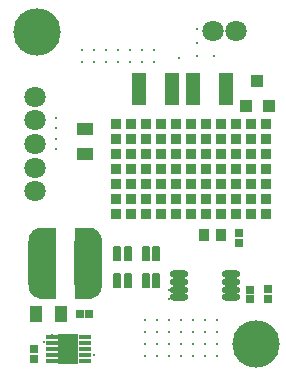
<source format=gts>
G04 Layer_Color=8388736*
%FSAX25Y25*%
%MOIN*%
G70*
G01*
G75*
G04:AMPARAMS|DCode=18|XSize=25mil|YSize=50mil|CornerRadius=3.13mil|HoleSize=0mil|Usage=FLASHONLY|Rotation=180.000|XOffset=0mil|YOffset=0mil|HoleType=Round|Shape=RoundedRectangle|*
%AMROUNDEDRECTD18*
21,1,0.02500,0.04375,0,0,180.0*
21,1,0.01875,0.05000,0,0,180.0*
1,1,0.00625,-0.00937,0.02187*
1,1,0.00625,0.00937,0.02187*
1,1,0.00625,0.00937,-0.02187*
1,1,0.00625,-0.00937,-0.02187*
%
%ADD18ROUNDEDRECTD18*%
G04:AMPARAMS|DCode=36|XSize=90.68mil|YSize=236.35mil|CornerRadius=45.34mil|HoleSize=0mil|Usage=FLASHONLY|Rotation=0.000|XOffset=0mil|YOffset=0mil|HoleType=Round|Shape=RoundedRectangle|*
%AMROUNDEDRECTD36*
21,1,0.09068,0.14567,0,0,0.0*
21,1,0.00000,0.23635,0,0,0.0*
1,1,0.09068,0.00000,-0.07283*
1,1,0.09068,0.00000,-0.07283*
1,1,0.09068,0.00000,0.07283*
1,1,0.09068,0.00000,0.07283*
%
%ADD36ROUNDEDRECTD36*%
%ADD37R,0.02768X0.02847*%
%ADD38R,0.04343X0.05524*%
%ADD39O,0.06115X0.02572*%
%ADD40R,0.03300X0.03300*%
%ADD41R,0.04540X0.11036*%
%ADD42R,0.04540X0.10642*%
%ADD43R,0.02847X0.02768*%
%ADD44R,0.06666X0.10249*%
%ADD45R,0.04343X0.01784*%
%ADD46R,0.03556X0.04343*%
%ADD47R,0.04000X0.04400*%
%ADD48R,0.05524X0.04343*%
%ADD49R,0.02965X0.02572*%
%ADD50C,0.15800*%
%ADD51C,0.07100*%
%ADD52C,0.01200*%
G36*
X0355375Y0304818D02*
X0355375Y0304818D01*
X0355763Y0304818D01*
X0355776Y0304817D01*
X0355789D01*
X0355802Y0304816D01*
X0355815Y0304815D01*
X0355828Y0304812D01*
X0355841Y0304811D01*
X0356601Y0304659D01*
X0356614Y0304656D01*
X0356627Y0304653D01*
X0356639Y0304649D01*
X0356652Y0304645D01*
X0356664Y0304641D01*
X0356676Y0304636D01*
X0357393Y0304339D01*
X0357405Y0304334D01*
X0357417Y0304329D01*
X0357428Y0304322D01*
X0357440Y0304316D01*
X0357451Y0304309D01*
X0357462Y0304302D01*
X0358107Y0303871D01*
X0358117Y0303863D01*
X0358128Y0303856D01*
X0358138Y0303848D01*
X0358148Y0303839D01*
X0358158Y0303830D01*
X0358168Y0303821D01*
X0358716Y0303273D01*
X0358724Y0303263D01*
X0358734Y0303254D01*
X0358742Y0303244D01*
X0358750Y0303234D01*
X0358758Y0303223D01*
X0358766Y0303212D01*
X0359196Y0302568D01*
X0359203Y0302556D01*
X0359210Y0302545D01*
X0359216Y0302534D01*
X0359223Y0302522D01*
X0359228Y0302510D01*
X0359233Y0302498D01*
X0359530Y0301782D01*
X0359534Y0301769D01*
X0359539Y0301757D01*
X0359543Y0301745D01*
X0359547Y0301732D01*
X0359550Y0301719D01*
X0359553Y0301707D01*
X0359704Y0300946D01*
X0359706Y0300933D01*
X0359708Y0300920D01*
X0359709Y0300907D01*
X0359711Y0300894D01*
Y0300881D01*
X0359712Y0300868D01*
Y0300480D01*
X0359712Y0285520D01*
X0359712Y0285519D01*
X0359712Y0285132D01*
X0359711Y0285119D01*
Y0285106D01*
X0359709Y0285093D01*
X0359708Y0285080D01*
X0359706Y0285067D01*
X0359704Y0285054D01*
X0359553Y0284293D01*
X0359549Y0284280D01*
X0359547Y0284268D01*
X0359543Y0284255D01*
X0359539Y0284243D01*
X0359534Y0284230D01*
X0359530Y0284218D01*
X0359233Y0283502D01*
X0359227Y0283490D01*
X0359223Y0283478D01*
X0359216Y0283466D01*
X0359210Y0283454D01*
X0359203Y0283444D01*
X0359196Y0283432D01*
X0358765Y0282787D01*
X0358757Y0282777D01*
X0358750Y0282766D01*
X0358741Y0282756D01*
X0358733Y0282746D01*
X0358724Y0282737D01*
X0358716Y0282727D01*
X0358167Y0282178D01*
X0358157Y0282170D01*
X0358148Y0282160D01*
X0358138Y0282152D01*
X0358128Y0282144D01*
X0358117Y0282136D01*
X0358106Y0282128D01*
X0357462Y0281698D01*
X0357450Y0281691D01*
X0357439Y0281684D01*
X0357428Y0281678D01*
X0357416Y0281671D01*
X0357404Y0281666D01*
X0357392Y0281661D01*
X0356676Y0281364D01*
X0356663Y0281359D01*
X0356651Y0281354D01*
X0356639Y0281351D01*
X0356626Y0281347D01*
X0356613Y0281344D01*
X0356601Y0281341D01*
X0355840Y0281189D01*
X0355827Y0281188D01*
X0355814Y0281185D01*
X0355801Y0281184D01*
X0355788Y0281183D01*
X0355775D01*
X0355762Y0281182D01*
X0355374Y0281182D01*
X0355374D01*
X0355374D01*
X0351043Y0281182D01*
X0351043D01*
D01*
X0350991Y0281185D01*
X0350940Y0281195D01*
X0350923Y0281201D01*
X0350890Y0281212D01*
X0350843Y0281235D01*
X0350799Y0281264D01*
X0350760Y0281299D01*
Y0281299D01*
X0350760D01*
X0350725Y0281338D01*
X0350696Y0281382D01*
X0350673Y0281429D01*
X0350662Y0281462D01*
X0350656Y0281479D01*
X0350646Y0281530D01*
X0350642Y0281582D01*
Y0281582D01*
D01*
Y0304417D01*
X0350643Y0304431D01*
X0350646Y0304469D01*
X0350656Y0304521D01*
Y0304521D01*
X0350656Y0304521D01*
X0350662Y0304538D01*
X0350673Y0304570D01*
X0350696Y0304617D01*
D01*
X0350696Y0304618D01*
X0350708Y0304635D01*
X0350725Y0304661D01*
X0350760Y0304700D01*
X0350760Y0304700D01*
X0350760Y0304700D01*
X0350799Y0304735D01*
X0350825Y0304752D01*
X0350843Y0304764D01*
X0350843Y0304764D01*
D01*
X0350890Y0304787D01*
X0350922Y0304798D01*
X0350939Y0304804D01*
X0350939Y0304804D01*
X0350940D01*
X0350991Y0304815D01*
X0351029Y0304817D01*
X0351043Y0304818D01*
X0355374Y0304818D01*
X0355375Y0304818D01*
D02*
G37*
G36*
X0344009Y0304815D02*
X0344060Y0304804D01*
X0344110Y0304787D01*
X0344157Y0304764D01*
X0344201Y0304735D01*
X0344240Y0304701D01*
X0344275Y0304661D01*
X0344304Y0304618D01*
X0344327Y0304571D01*
X0344344Y0304521D01*
X0344354Y0304469D01*
X0344357Y0304417D01*
Y0281583D01*
Y0281583D01*
Y0281583D01*
X0344354Y0281530D01*
X0344344Y0281479D01*
X0344333Y0281445D01*
X0344327Y0281429D01*
X0344304Y0281382D01*
D01*
X0344304Y0281382D01*
X0344289Y0281360D01*
X0344275Y0281339D01*
X0344240Y0281299D01*
X0344240D01*
Y0281299D01*
X0344201Y0281265D01*
X0344179Y0281250D01*
X0344157Y0281236D01*
X0344157Y0281236D01*
D01*
X0344110Y0281212D01*
X0344094Y0281207D01*
X0344060Y0281195D01*
X0344009Y0281185D01*
X0343957Y0281182D01*
X0343957D01*
X0343957D01*
X0339626Y0281182D01*
X0339238Y0281182D01*
X0339225Y0281183D01*
X0339212D01*
X0339199Y0281185D01*
X0339186Y0281185D01*
X0339173Y0281188D01*
X0339160Y0281190D01*
X0338400Y0281341D01*
X0338387Y0281344D01*
X0338374Y0281347D01*
X0338362Y0281351D01*
X0338349Y0281354D01*
X0338337Y0281360D01*
X0338324Y0281364D01*
X0337608Y0281661D01*
X0337596Y0281666D01*
X0337584Y0281671D01*
X0337573Y0281678D01*
X0337561Y0281684D01*
X0337550Y0281691D01*
X0337539Y0281698D01*
X0336894Y0282128D01*
X0336883Y0282136D01*
X0336873Y0282144D01*
X0336863Y0282152D01*
X0336852Y0282160D01*
X0336843Y0282170D01*
X0336833Y0282178D01*
X0336285Y0282727D01*
X0336276Y0282736D01*
X0336267Y0282746D01*
X0336259Y0282756D01*
X0336250Y0282766D01*
X0336243Y0282777D01*
X0336235Y0282787D01*
X0335804Y0283432D01*
X0335797Y0283443D01*
X0335790Y0283454D01*
X0335784Y0283466D01*
X0335778Y0283477D01*
X0335773Y0283490D01*
X0335767Y0283501D01*
X0335470Y0284218D01*
X0335466Y0284230D01*
X0335461Y0284242D01*
X0335457Y0284255D01*
X0335453Y0284267D01*
X0335451Y0284280D01*
X0335447Y0284293D01*
X0335296Y0285054D01*
X0335294Y0285067D01*
X0335292Y0285079D01*
X0335291Y0285093D01*
X0335289Y0285105D01*
Y0285119D01*
X0335288Y0285132D01*
X0335288Y0285519D01*
X0335288Y0285520D01*
X0335288Y0300481D01*
D01*
Y0300481D01*
X0335288Y0300868D01*
X0335289Y0300881D01*
Y0300894D01*
X0335291Y0300907D01*
X0335292Y0300921D01*
X0335294Y0300934D01*
X0335296Y0300946D01*
X0335447Y0301707D01*
X0335451Y0301720D01*
X0335453Y0301732D01*
X0335457Y0301745D01*
X0335461Y0301758D01*
X0335466Y0301770D01*
X0335470Y0301782D01*
X0335767Y0302499D01*
X0335773Y0302510D01*
X0335778Y0302522D01*
X0335784Y0302534D01*
X0335790Y0302546D01*
X0335797Y0302556D01*
X0335804Y0302568D01*
X0336235Y0303213D01*
X0336243Y0303223D01*
X0336250Y0303234D01*
X0336259Y0303244D01*
X0336267Y0303254D01*
X0336276Y0303263D01*
X0336285Y0303273D01*
X0336833Y0303822D01*
X0336843Y0303830D01*
X0336852Y0303840D01*
X0336862Y0303848D01*
X0336872Y0303856D01*
X0336883Y0303864D01*
X0336894Y0303871D01*
X0337538Y0304302D01*
X0337550Y0304309D01*
X0337561Y0304316D01*
X0337573Y0304322D01*
X0337584Y0304329D01*
X0337596Y0304334D01*
X0337608Y0304339D01*
X0338324Y0304636D01*
X0338337Y0304640D01*
X0338349Y0304645D01*
X0338361Y0304649D01*
X0338374Y0304653D01*
X0338387Y0304656D01*
X0338399Y0304659D01*
X0339160Y0304810D01*
X0339173Y0304812D01*
X0339186Y0304815D01*
X0339199Y0304815D01*
X0339212Y0304817D01*
X0339225D01*
X0339238Y0304818D01*
X0339621D01*
X0339621Y0304818D01*
X0339622Y0304818D01*
X0339625D01*
X0339626Y0304818D01*
X0343957Y0304818D01*
X0344009Y0304815D01*
D02*
G37*
D18*
X0374248Y0287000D02*
D03*
X0377752D02*
D03*
X0364748D02*
D03*
X0368252D02*
D03*
X0374248Y0296000D02*
D03*
X0377752D02*
D03*
X0364748D02*
D03*
X0368252D02*
D03*
D36*
X0355177Y0293000D02*
D03*
X0339823D02*
D03*
D37*
X0352272Y0276000D02*
D03*
X0355500D02*
D03*
D38*
X0346134D02*
D03*
X0337866D02*
D03*
D39*
X0402760Y0281661D02*
D03*
Y0284221D02*
D03*
Y0286780D02*
D03*
Y0289339D02*
D03*
X0385240Y0281661D02*
D03*
Y0284221D02*
D03*
Y0286780D02*
D03*
Y0289339D02*
D03*
D40*
X0364500Y0309500D02*
D03*
Y0314500D02*
D03*
Y0319500D02*
D03*
Y0324500D02*
D03*
Y0329500D02*
D03*
Y0334500D02*
D03*
Y0339500D02*
D03*
X0369500Y0309500D02*
D03*
Y0314500D02*
D03*
Y0319500D02*
D03*
Y0324500D02*
D03*
Y0329500D02*
D03*
Y0334500D02*
D03*
Y0339500D02*
D03*
X0374500Y0309500D02*
D03*
Y0314500D02*
D03*
Y0319500D02*
D03*
Y0324500D02*
D03*
Y0329500D02*
D03*
Y0334500D02*
D03*
Y0339500D02*
D03*
X0379500Y0309500D02*
D03*
Y0314500D02*
D03*
Y0319500D02*
D03*
Y0324500D02*
D03*
Y0329500D02*
D03*
Y0334500D02*
D03*
Y0339500D02*
D03*
X0384500Y0309500D02*
D03*
Y0314500D02*
D03*
Y0319500D02*
D03*
Y0324500D02*
D03*
Y0329500D02*
D03*
Y0334500D02*
D03*
Y0339500D02*
D03*
X0389500Y0309500D02*
D03*
Y0314500D02*
D03*
Y0319500D02*
D03*
Y0324500D02*
D03*
Y0329500D02*
D03*
Y0334500D02*
D03*
Y0339500D02*
D03*
X0394500Y0309500D02*
D03*
Y0314500D02*
D03*
Y0319500D02*
D03*
Y0324500D02*
D03*
Y0329500D02*
D03*
Y0334500D02*
D03*
Y0339500D02*
D03*
X0399500Y0309500D02*
D03*
Y0314500D02*
D03*
Y0319500D02*
D03*
Y0324500D02*
D03*
Y0329500D02*
D03*
Y0334500D02*
D03*
Y0339500D02*
D03*
X0404500Y0309500D02*
D03*
Y0314500D02*
D03*
Y0319500D02*
D03*
Y0324500D02*
D03*
Y0329500D02*
D03*
Y0334500D02*
D03*
Y0339500D02*
D03*
X0409500Y0309500D02*
D03*
Y0314500D02*
D03*
Y0319500D02*
D03*
Y0324500D02*
D03*
Y0329500D02*
D03*
Y0334500D02*
D03*
Y0339500D02*
D03*
X0414500Y0309500D02*
D03*
Y0314500D02*
D03*
Y0319500D02*
D03*
Y0324500D02*
D03*
Y0329500D02*
D03*
Y0334500D02*
D03*
Y0339500D02*
D03*
D41*
X0383012Y0351000D02*
D03*
X0401012D02*
D03*
D42*
X0371988D02*
D03*
X0389988D02*
D03*
D43*
X0409000Y0284228D02*
D03*
Y0281000D02*
D03*
X0405500Y0299886D02*
D03*
Y0303114D02*
D03*
X0415000Y0281114D02*
D03*
Y0284343D02*
D03*
D44*
X0348500Y0264500D02*
D03*
D45*
X0353992Y0260563D02*
D03*
Y0262532D02*
D03*
Y0264500D02*
D03*
Y0266469D02*
D03*
Y0268437D02*
D03*
X0343008Y0260563D02*
D03*
Y0262532D02*
D03*
Y0264500D02*
D03*
Y0266469D02*
D03*
Y0268437D02*
D03*
D46*
X0393744Y0302500D02*
D03*
X0399256D02*
D03*
D47*
X0411500Y0353900D02*
D03*
X0415300Y0345563D02*
D03*
X0407760D02*
D03*
D48*
X0354000Y0329366D02*
D03*
Y0337634D02*
D03*
D49*
X0336992Y0264543D02*
D03*
Y0261000D02*
D03*
D50*
X0338000Y0370000D02*
D03*
X0411000Y0266000D02*
D03*
D51*
X0337500Y0348500D02*
D03*
Y0340626D02*
D03*
Y0332752D02*
D03*
Y0324852D02*
D03*
Y0316952D02*
D03*
X0404500Y0370500D02*
D03*
X0396626D02*
D03*
D52*
X0353000Y0364000D02*
D03*
X0357000D02*
D03*
X0361000D02*
D03*
X0365000D02*
D03*
X0369000D02*
D03*
X0373000D02*
D03*
X0377000D02*
D03*
Y0360000D02*
D03*
X0373000D02*
D03*
X0369000D02*
D03*
X0365000D02*
D03*
X0361000D02*
D03*
X0357000D02*
D03*
X0353000D02*
D03*
X0374000Y0262000D02*
D03*
X0378000D02*
D03*
X0382000D02*
D03*
X0386000D02*
D03*
X0390000D02*
D03*
X0394000D02*
D03*
X0398000D02*
D03*
X0374000Y0266000D02*
D03*
X0378000D02*
D03*
X0382000D02*
D03*
X0386000D02*
D03*
X0390000D02*
D03*
X0394000D02*
D03*
X0398000D02*
D03*
X0374000Y0270000D02*
D03*
X0378000D02*
D03*
X0382000D02*
D03*
X0386000D02*
D03*
X0390000D02*
D03*
X0394000D02*
D03*
X0398000D02*
D03*
Y0274000D02*
D03*
X0394000D02*
D03*
X0390000D02*
D03*
X0386000D02*
D03*
X0382000D02*
D03*
X0378000D02*
D03*
X0374000D02*
D03*
X0354000Y0329366D02*
D03*
X0344500Y0331000D02*
D03*
Y0334500D02*
D03*
Y0338000D02*
D03*
Y0341500D02*
D03*
X0391500Y0371000D02*
D03*
X0397000Y0362000D02*
D03*
X0391500D02*
D03*
Y0366500D02*
D03*
X0385500Y0361500D02*
D03*
X0389988Y0351000D02*
D03*
X0383012D02*
D03*
X0394500Y0309500D02*
D03*
X0414500D02*
D03*
X0409500Y0314500D02*
D03*
X0404500Y0324500D02*
D03*
X0414500D02*
D03*
X0409500D02*
D03*
X0404500Y0314500D02*
D03*
X0399500D02*
D03*
Y0324500D02*
D03*
X0394500D02*
D03*
Y0314500D02*
D03*
X0389500Y0324500D02*
D03*
X0384500Y0334500D02*
D03*
Y0339500D02*
D03*
X0389500D02*
D03*
Y0334500D02*
D03*
Y0329500D02*
D03*
X0384500D02*
D03*
Y0319500D02*
D03*
Y0314500D02*
D03*
X0384000Y0309500D02*
D03*
X0379500D02*
D03*
Y0314500D02*
D03*
Y0319500D02*
D03*
Y0324500D02*
D03*
X0374500D02*
D03*
Y0319500D02*
D03*
Y0314500D02*
D03*
Y0309500D02*
D03*
X0369500D02*
D03*
X0364500D02*
D03*
Y0314500D02*
D03*
X0369500D02*
D03*
Y0319500D02*
D03*
X0364500D02*
D03*
Y0324500D02*
D03*
X0369500D02*
D03*
Y0329500D02*
D03*
X0364500D02*
D03*
X0402760Y0281661D02*
D03*
X0336992Y0261000D02*
D03*
X0346000Y0274500D02*
D03*
Y0277000D02*
D03*
X0349500Y0265500D02*
D03*
X0347500D02*
D03*
X0349500Y0268000D02*
D03*
X0347500D02*
D03*
X0414500Y0319500D02*
D03*
X0379500Y0329000D02*
D03*
X0389500Y0309500D02*
D03*
X0382000Y0281000D02*
D03*
X0382202Y0284000D02*
D03*
X0357000Y0262500D02*
D03*
X0340275Y0266643D02*
D03*
X0343000Y0269000D02*
D03*
X0340000Y0284000D02*
D03*
M02*

</source>
